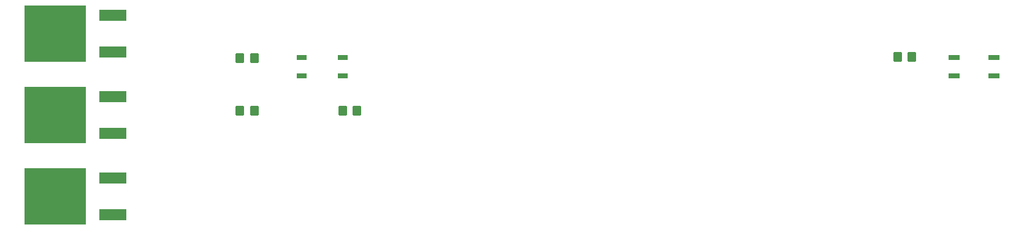
<source format=gtp>
G04 #@! TF.GenerationSoftware,KiCad,Pcbnew,8.0.4*
G04 #@! TF.CreationDate,2025-02-19T19:20:14+01:00*
G04 #@! TF.ProjectId,Quiver_PDB_01,51756976-6572-45f5-9044-425f30312e6b,rev?*
G04 #@! TF.SameCoordinates,Original*
G04 #@! TF.FileFunction,Paste,Top*
G04 #@! TF.FilePolarity,Positive*
%FSLAX46Y46*%
G04 Gerber Fmt 4.6, Leading zero omitted, Abs format (unit mm)*
G04 Created by KiCad (PCBNEW 8.0.4) date 2025-02-19 19:20:14*
%MOMM*%
%LPD*%
G01*
G04 APERTURE LIST*
G04 Aperture macros list*
%AMRoundRect*
0 Rectangle with rounded corners*
0 $1 Rounding radius*
0 $2 $3 $4 $5 $6 $7 $8 $9 X,Y pos of 4 corners*
0 Add a 4 corners polygon primitive as box body*
4,1,4,$2,$3,$4,$5,$6,$7,$8,$9,$2,$3,0*
0 Add four circle primitives for the rounded corners*
1,1,$1+$1,$2,$3*
1,1,$1+$1,$4,$5*
1,1,$1+$1,$6,$7*
1,1,$1+$1,$8,$9*
0 Add four rect primitives between the rounded corners*
20,1,$1+$1,$2,$3,$4,$5,0*
20,1,$1+$1,$4,$5,$6,$7,0*
20,1,$1+$1,$6,$7,$8,$9,0*
20,1,$1+$1,$8,$9,$2,$3,0*%
G04 Aperture macros list end*
%ADD10RoundRect,0.250000X0.350000X0.450000X-0.350000X0.450000X-0.350000X-0.450000X0.350000X-0.450000X0*%
%ADD11RoundRect,0.250000X-0.350000X-0.450000X0.350000X-0.450000X0.350000X0.450000X-0.350000X0.450000X0*%
%ADD12R,3.810000X1.620000*%
%ADD13R,8.510000X7.870000*%
%ADD14R,1.350000X0.650000*%
%ADD15R,1.500000X0.650000*%
G04 APERTURE END LIST*
D10*
X95600000Y-75800000D03*
X93600000Y-75800000D03*
X109800000Y-83100000D03*
X107800000Y-83100000D03*
D11*
X184400000Y-75700000D03*
X186400000Y-75700000D03*
X93600000Y-83100000D03*
X95600000Y-83100000D03*
D12*
X76045000Y-97470000D03*
X76045000Y-92390000D03*
D13*
X68105000Y-94930000D03*
D12*
X76045000Y-86240000D03*
X76045000Y-81160000D03*
D13*
X68105000Y-83700000D03*
D14*
X102175000Y-75730000D03*
X102175000Y-78270000D03*
X107825000Y-78270000D03*
X107825000Y-75730000D03*
D15*
X192250000Y-75730000D03*
X192250000Y-78270000D03*
X197750000Y-78270000D03*
X197750000Y-75730000D03*
D12*
X76045000Y-75010000D03*
X76045000Y-69930000D03*
D13*
X68105000Y-72470000D03*
M02*

</source>
